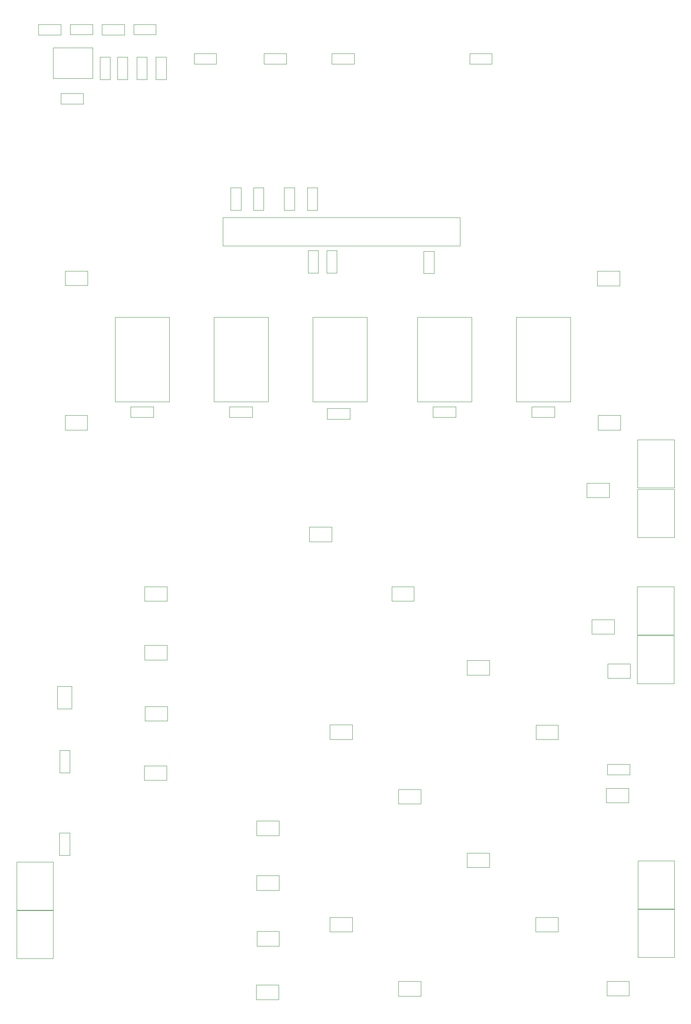
<source format=gbr>
G04 #@! TF.GenerationSoftware,KiCad,Pcbnew,(5.1.10)-1*
G04 #@! TF.CreationDate,2022-01-05T11:35:52+00:00*
G04 #@! TF.ProjectId,opena3xx-mcdu,6f70656e-6133-4787-982d-6d6364752e6b,0.1*
G04 #@! TF.SameCoordinates,Original*
G04 #@! TF.FileFunction,Other,User*
%FSLAX46Y46*%
G04 Gerber Fmt 4.6, Leading zero omitted, Abs format (unit mm)*
G04 Created by KiCad (PCBNEW (5.1.10)-1) date 2022-01-05 11:35:52*
%MOMM*%
%LPD*%
G01*
G04 APERTURE LIST*
%ADD10C,0.050000*%
G04 APERTURE END LIST*
D10*
X42697280Y-175749720D02*
X45857280Y-175749720D01*
X45857280Y-175749720D02*
X45857280Y-170849720D01*
X45857280Y-170849720D02*
X42697280Y-170849720D01*
X42697280Y-170849720D02*
X42697280Y-175749720D01*
X162906540Y-165940620D02*
X162906540Y-169100620D01*
X162906540Y-169100620D02*
X167806540Y-169100620D01*
X167806540Y-169100620D02*
X167806540Y-165940620D01*
X167806540Y-165940620D02*
X162906540Y-165940620D01*
X159485160Y-156324180D02*
X159485160Y-159484180D01*
X159485160Y-159484180D02*
X164385160Y-159484180D01*
X164385160Y-159484180D02*
X164385160Y-156324180D01*
X164385160Y-156324180D02*
X159485160Y-156324180D01*
X177507400Y-230062460D02*
X177507400Y-219562460D01*
X177507400Y-230062460D02*
X169507400Y-230062460D01*
X169507400Y-219562460D02*
X177507400Y-219562460D01*
X169507400Y-219562460D02*
X169507400Y-230062460D01*
X169380000Y-159799000D02*
X169380000Y-170299000D01*
X169380000Y-159799000D02*
X177380000Y-159799000D01*
X177380000Y-170299000D02*
X169380000Y-170299000D01*
X177380000Y-170299000D02*
X177380000Y-159799000D01*
X177380000Y-159606000D02*
X177380000Y-149106000D01*
X177380000Y-159606000D02*
X169380000Y-159606000D01*
X169380000Y-149106000D02*
X177380000Y-149106000D01*
X169380000Y-149106000D02*
X169380000Y-159606000D01*
X163232000Y-126512000D02*
X158332000Y-126512000D01*
X163232000Y-129672000D02*
X163232000Y-126512000D01*
X158332000Y-129672000D02*
X163232000Y-129672000D01*
X158332000Y-126512000D02*
X158332000Y-129672000D01*
X177469000Y-127551000D02*
X177469000Y-117051000D01*
X177469000Y-127551000D02*
X169469000Y-127551000D01*
X169469000Y-117051000D02*
X177469000Y-117051000D01*
X169469000Y-117051000D02*
X169469000Y-127551000D01*
X177469000Y-138346000D02*
X177469000Y-127846000D01*
X177469000Y-138346000D02*
X169469000Y-138346000D01*
X169469000Y-127846000D02*
X177469000Y-127846000D01*
X169469000Y-127846000D02*
X169469000Y-138346000D01*
X154774000Y-108717000D02*
X142914000Y-108717000D01*
X154774000Y-90317000D02*
X154774000Y-108717000D01*
X142914000Y-90317000D02*
X154774000Y-90317000D01*
X142914000Y-108717000D02*
X142914000Y-90317000D01*
X133184000Y-108717000D02*
X121324000Y-108717000D01*
X133184000Y-90317000D02*
X133184000Y-108717000D01*
X121324000Y-90317000D02*
X133184000Y-90317000D01*
X121324000Y-108717000D02*
X121324000Y-90317000D01*
X110324000Y-108717000D02*
X98464000Y-108717000D01*
X110324000Y-90317000D02*
X110324000Y-108717000D01*
X98464000Y-90317000D02*
X110324000Y-90317000D01*
X98464000Y-108717000D02*
X98464000Y-90317000D01*
X88734000Y-108717000D02*
X76874000Y-108717000D01*
X88734000Y-90317000D02*
X88734000Y-108717000D01*
X76874000Y-90317000D02*
X88734000Y-90317000D01*
X76874000Y-108717000D02*
X76874000Y-90317000D01*
X67144000Y-108717000D02*
X55284000Y-108717000D01*
X67144000Y-90317000D02*
X67144000Y-108717000D01*
X55284000Y-90317000D02*
X67144000Y-90317000D01*
X55284000Y-108717000D02*
X55284000Y-90317000D01*
X41724400Y-38133200D02*
X50424400Y-38133200D01*
X41724400Y-38133200D02*
X41724400Y-31433200D01*
X41724400Y-31433200D02*
X50424400Y-31433200D01*
X50424400Y-31433200D02*
X50424400Y-38133200D01*
X45379000Y-207758000D02*
X45379000Y-202858000D01*
X43139000Y-207758000D02*
X45379000Y-207758000D01*
X43139000Y-202858000D02*
X43139000Y-207758000D01*
X45379000Y-202858000D02*
X43139000Y-202858000D01*
X162841000Y-190172000D02*
X167741000Y-190172000D01*
X162841000Y-187932000D02*
X162841000Y-190172000D01*
X167741000Y-187932000D02*
X162841000Y-187932000D01*
X167741000Y-190172000D02*
X167741000Y-187932000D01*
X45443000Y-189788000D02*
X45443000Y-184888000D01*
X43203000Y-189788000D02*
X45443000Y-189788000D01*
X43203000Y-184888000D02*
X43203000Y-189788000D01*
X45443000Y-184888000D02*
X43203000Y-184888000D01*
X107543000Y-32738200D02*
X102643000Y-32738200D01*
X107543000Y-34978200D02*
X107543000Y-32738200D01*
X102643000Y-34978200D02*
X107543000Y-34978200D01*
X102643000Y-32738200D02*
X102643000Y-34978200D01*
X92747000Y-32738200D02*
X87847000Y-32738200D01*
X92747000Y-34978200D02*
X92747000Y-32738200D01*
X87847000Y-34978200D02*
X92747000Y-34978200D01*
X87847000Y-32738200D02*
X87847000Y-34978200D01*
X137641000Y-32738200D02*
X132741000Y-32738200D01*
X137641000Y-34978200D02*
X137641000Y-32738200D01*
X132741000Y-34978200D02*
X137641000Y-34978200D01*
X132741000Y-32738200D02*
X132741000Y-34978200D01*
X77443000Y-32738200D02*
X72543000Y-32738200D01*
X77443000Y-34978200D02*
X77443000Y-32738200D01*
X72543000Y-34978200D02*
X77443000Y-34978200D01*
X72543000Y-32738200D02*
X72543000Y-34978200D01*
X66585000Y-188234000D02*
X61685000Y-188234000D01*
X66585000Y-191394000D02*
X66585000Y-188234000D01*
X61685000Y-191394000D02*
X66585000Y-191394000D01*
X61685000Y-188234000D02*
X61685000Y-191394000D01*
X66712000Y-175280000D02*
X61812000Y-175280000D01*
X66712000Y-178440000D02*
X66712000Y-175280000D01*
X61812000Y-178440000D02*
X66712000Y-178440000D01*
X61812000Y-175280000D02*
X61812000Y-178440000D01*
X167613000Y-235288000D02*
X162713000Y-235288000D01*
X167613000Y-238448000D02*
X167613000Y-235288000D01*
X162713000Y-238448000D02*
X167613000Y-238448000D01*
X162713000Y-235288000D02*
X162713000Y-238448000D01*
X122084000Y-235351000D02*
X117184000Y-235351000D01*
X122084000Y-238511000D02*
X122084000Y-235351000D01*
X117184000Y-238511000D02*
X122084000Y-238511000D01*
X117184000Y-235351000D02*
X117184000Y-238511000D01*
X152056000Y-221318000D02*
X147156000Y-221318000D01*
X152056000Y-224478000D02*
X152056000Y-221318000D01*
X147156000Y-224478000D02*
X152056000Y-224478000D01*
X147156000Y-221318000D02*
X147156000Y-224478000D01*
X107098000Y-221318000D02*
X102198000Y-221318000D01*
X107098000Y-224478000D02*
X107098000Y-221318000D01*
X102198000Y-224478000D02*
X107098000Y-224478000D01*
X102198000Y-221318000D02*
X102198000Y-224478000D01*
X137070000Y-207284000D02*
X132170000Y-207284000D01*
X137070000Y-210444000D02*
X137070000Y-207284000D01*
X132170000Y-210444000D02*
X137070000Y-210444000D01*
X132170000Y-207284000D02*
X132170000Y-210444000D01*
X167513000Y-193124000D02*
X162613000Y-193124000D01*
X167513000Y-196284000D02*
X167513000Y-193124000D01*
X162613000Y-196284000D02*
X167513000Y-196284000D01*
X162613000Y-193124000D02*
X162613000Y-196284000D01*
X122084000Y-193378000D02*
X117184000Y-193378000D01*
X122084000Y-196538000D02*
X122084000Y-193378000D01*
X117184000Y-196538000D02*
X122084000Y-196538000D01*
X117184000Y-193378000D02*
X117184000Y-196538000D01*
X152119000Y-179344000D02*
X147219000Y-179344000D01*
X152119000Y-182504000D02*
X152119000Y-179344000D01*
X147219000Y-182504000D02*
X152119000Y-182504000D01*
X147219000Y-179344000D02*
X147219000Y-182504000D01*
X107098000Y-179281000D02*
X102198000Y-179281000D01*
X107098000Y-182441000D02*
X107098000Y-179281000D01*
X102198000Y-182441000D02*
X107098000Y-182441000D01*
X102198000Y-179281000D02*
X102198000Y-182441000D01*
X137070000Y-165247000D02*
X132170000Y-165247000D01*
X137070000Y-168407000D02*
X137070000Y-165247000D01*
X132170000Y-168407000D02*
X137070000Y-168407000D01*
X132170000Y-165247000D02*
X132170000Y-168407000D01*
X91033000Y-236113000D02*
X86133000Y-236113000D01*
X91033000Y-239273000D02*
X91033000Y-236113000D01*
X86133000Y-239273000D02*
X91033000Y-239273000D01*
X86133000Y-236113000D02*
X86133000Y-239273000D01*
X91159000Y-224429000D02*
X86259000Y-224429000D01*
X91159000Y-227589000D02*
X91159000Y-224429000D01*
X86259000Y-227589000D02*
X91159000Y-227589000D01*
X86259000Y-224429000D02*
X86259000Y-227589000D01*
X91096000Y-212237000D02*
X86196000Y-212237000D01*
X91096000Y-215397000D02*
X91096000Y-212237000D01*
X86196000Y-215397000D02*
X91096000Y-215397000D01*
X86196000Y-212237000D02*
X86196000Y-215397000D01*
X91096000Y-200299000D02*
X86196000Y-200299000D01*
X91096000Y-203459000D02*
X91096000Y-200299000D01*
X86196000Y-203459000D02*
X91096000Y-203459000D01*
X86196000Y-200299000D02*
X86196000Y-203459000D01*
X66649000Y-161945000D02*
X61749000Y-161945000D01*
X66649000Y-165105000D02*
X66649000Y-161945000D01*
X61749000Y-165105000D02*
X66649000Y-165105000D01*
X61749000Y-161945000D02*
X61749000Y-165105000D01*
X120623000Y-149118000D02*
X115723000Y-149118000D01*
X120623000Y-152278000D02*
X120623000Y-149118000D01*
X115723000Y-152278000D02*
X120623000Y-152278000D01*
X115723000Y-149118000D02*
X115723000Y-152278000D01*
X66649000Y-149118000D02*
X61749000Y-149118000D01*
X66649000Y-152278000D02*
X66649000Y-149118000D01*
X61749000Y-152278000D02*
X66649000Y-152278000D01*
X61749000Y-149118000D02*
X61749000Y-152278000D01*
X102653000Y-136101000D02*
X97753000Y-136101000D01*
X102653000Y-139261000D02*
X102653000Y-136101000D01*
X97753000Y-139261000D02*
X102653000Y-139261000D01*
X97753000Y-136101000D02*
X97753000Y-139261000D01*
X165709000Y-111717000D02*
X160809000Y-111717000D01*
X165709000Y-114877000D02*
X165709000Y-111717000D01*
X160809000Y-114877000D02*
X165709000Y-114877000D01*
X160809000Y-111717000D02*
X160809000Y-114877000D01*
X165543000Y-80233400D02*
X160643000Y-80233400D01*
X165543000Y-83393400D02*
X165543000Y-80233400D01*
X160643000Y-83393400D02*
X165543000Y-83393400D01*
X160643000Y-80233400D02*
X160643000Y-83393400D01*
X49252000Y-111714000D02*
X44352000Y-111714000D01*
X49252000Y-114874000D02*
X49252000Y-111714000D01*
X44352000Y-114874000D02*
X49252000Y-114874000D01*
X44352000Y-111714000D02*
X44352000Y-114874000D01*
X49328200Y-80162300D02*
X44428200Y-80162300D01*
X49328200Y-83322300D02*
X49328200Y-80162300D01*
X44428200Y-83322300D02*
X49328200Y-83322300D01*
X44428200Y-80162300D02*
X44428200Y-83322300D01*
X43461000Y-43677700D02*
X48361000Y-43677700D01*
X43461000Y-41437700D02*
X43461000Y-43677700D01*
X48361000Y-41437700D02*
X43461000Y-41437700D01*
X48361000Y-43677700D02*
X48361000Y-41437700D01*
X85532600Y-62002500D02*
X85532600Y-66902500D01*
X87772600Y-62002500D02*
X85532600Y-62002500D01*
X87772600Y-66902500D02*
X87772600Y-62002500D01*
X85532600Y-66902500D02*
X87772600Y-66902500D01*
X80578600Y-62002500D02*
X80578600Y-66902500D01*
X82818600Y-62002500D02*
X80578600Y-62002500D01*
X82818600Y-66902500D02*
X82818600Y-62002500D01*
X80578600Y-66902500D02*
X82818600Y-66902500D01*
X101535000Y-75718500D02*
X101535000Y-80618500D01*
X103775000Y-75718500D02*
X101535000Y-75718500D01*
X103775000Y-80618500D02*
X103775000Y-75718500D01*
X101535000Y-80618500D02*
X103775000Y-80618500D01*
X97470600Y-75744500D02*
X97470600Y-80644500D01*
X99710600Y-75744500D02*
X97470600Y-75744500D01*
X99710600Y-80644500D02*
X99710600Y-75744500D01*
X97470600Y-80644500D02*
X99710600Y-80644500D01*
X99519600Y-66902500D02*
X99519600Y-62002500D01*
X97279600Y-66902500D02*
X99519600Y-66902500D01*
X97279600Y-62002500D02*
X97279600Y-66902500D01*
X99519600Y-62002500D02*
X97279600Y-62002500D01*
X94502600Y-66902500D02*
X94502600Y-62002500D01*
X92262600Y-66902500D02*
X94502600Y-66902500D01*
X92262600Y-62002500D02*
X92262600Y-66902500D01*
X94502600Y-62002500D02*
X92262600Y-62002500D01*
X122743000Y-75845500D02*
X122743000Y-80745500D01*
X124983000Y-75845500D02*
X122743000Y-75845500D01*
X124983000Y-80745500D02*
X124983000Y-75845500D01*
X122743000Y-80745500D02*
X124983000Y-80745500D01*
X62271000Y-38403700D02*
X62271000Y-33503700D01*
X60031000Y-38403700D02*
X62271000Y-38403700D01*
X60031000Y-33503700D02*
X60031000Y-38403700D01*
X62271000Y-33503700D02*
X60031000Y-33503700D01*
X66461000Y-38403700D02*
X66461000Y-33503700D01*
X64221000Y-38403700D02*
X66461000Y-38403700D01*
X64221000Y-33503700D02*
X64221000Y-38403700D01*
X66461000Y-33503700D02*
X64221000Y-33503700D01*
X58016000Y-38403700D02*
X58016000Y-33503700D01*
X55776000Y-38403700D02*
X58016000Y-38403700D01*
X55776000Y-33503700D02*
X55776000Y-38403700D01*
X58016000Y-33503700D02*
X55776000Y-33503700D01*
X54206000Y-38403700D02*
X54206000Y-33503700D01*
X51966000Y-38403700D02*
X54206000Y-38403700D01*
X51966000Y-33503700D02*
X51966000Y-38403700D01*
X54206000Y-33503700D02*
X51966000Y-33503700D01*
X177507400Y-219445460D02*
X177507400Y-208945460D01*
X177507400Y-219445460D02*
X169507400Y-219445460D01*
X169507400Y-208945460D02*
X177507400Y-208945460D01*
X169507400Y-208945460D02*
X169507400Y-219445460D01*
X78844600Y-74657200D02*
X78844600Y-68507200D01*
X130694600Y-74657200D02*
X78844600Y-74657200D01*
X130694600Y-68507200D02*
X130694600Y-74657200D01*
X78844600Y-68507200D02*
X130694600Y-68507200D01*
X33782000Y-209215000D02*
X33782000Y-219715000D01*
X33782000Y-209215000D02*
X41782000Y-209215000D01*
X41782000Y-219715000D02*
X33782000Y-219715000D01*
X41782000Y-219715000D02*
X41782000Y-209215000D01*
X33782000Y-219819000D02*
X33782000Y-230319000D01*
X33782000Y-219819000D02*
X41782000Y-219819000D01*
X41782000Y-230319000D02*
X33782000Y-230319000D01*
X41782000Y-230319000D02*
X41782000Y-219819000D01*
X52464800Y-28602800D02*
X57364800Y-28602800D01*
X52464800Y-26362800D02*
X52464800Y-28602800D01*
X57364800Y-26362800D02*
X52464800Y-26362800D01*
X57364800Y-28602800D02*
X57364800Y-26362800D01*
X59335000Y-28564700D02*
X64235000Y-28564700D01*
X59335000Y-26324700D02*
X59335000Y-28564700D01*
X64235000Y-26324700D02*
X59335000Y-26324700D01*
X64235000Y-28564700D02*
X64235000Y-26324700D01*
X45505200Y-28552000D02*
X50405200Y-28552000D01*
X45505200Y-26312000D02*
X45505200Y-28552000D01*
X50405200Y-26312000D02*
X45505200Y-26312000D01*
X50405200Y-28552000D02*
X50405200Y-26312000D01*
X38571000Y-28602800D02*
X43471000Y-28602800D01*
X38571000Y-26362800D02*
X38571000Y-28602800D01*
X43471000Y-26362800D02*
X38571000Y-26362800D01*
X43471000Y-28602800D02*
X43471000Y-26362800D01*
X151324000Y-109797000D02*
X146364000Y-109797000D01*
X151324000Y-112097000D02*
X151324000Y-109797000D01*
X146364000Y-112097000D02*
X151324000Y-112097000D01*
X146364000Y-109797000D02*
X146364000Y-112097000D01*
X129734000Y-109797000D02*
X124774000Y-109797000D01*
X129734000Y-112097000D02*
X129734000Y-109797000D01*
X124774000Y-112097000D02*
X129734000Y-112097000D01*
X124774000Y-109797000D02*
X124774000Y-112097000D01*
X106620000Y-110204000D02*
X101660000Y-110204000D01*
X106620000Y-112504000D02*
X106620000Y-110204000D01*
X101660000Y-112504000D02*
X106620000Y-112504000D01*
X101660000Y-110204000D02*
X101660000Y-112504000D01*
X85284000Y-109797000D02*
X80324000Y-109797000D01*
X85284000Y-112097000D02*
X85284000Y-109797000D01*
X80324000Y-112097000D02*
X85284000Y-112097000D01*
X80324000Y-109797000D02*
X80324000Y-112097000D01*
X63694000Y-109797000D02*
X58734000Y-109797000D01*
X63694000Y-112097000D02*
X63694000Y-109797000D01*
X58734000Y-112097000D02*
X63694000Y-112097000D01*
X58734000Y-109797000D02*
X58734000Y-112097000D01*
M02*

</source>
